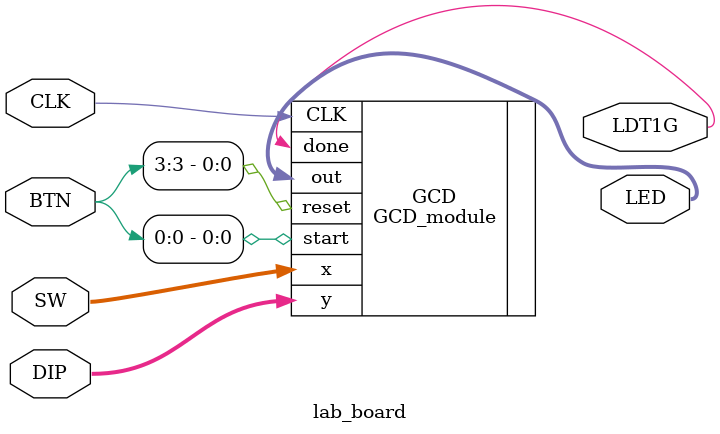
<source format=v>
`timescale 1ns / 1ps
module lab_board(SW, CLK, BTN, DIP, LED, LDT1G);

	input [7:0] SW;
	input [7:0] DIP;
	input [3:0] BTN;
	input CLK;
	
	output [7:0] LED;
	output LDT1G;
	
	GCD_module GCD(
		.x(SW[7:0]),
		.y(DIP[7:0]),
		.out(LED[7:0]),
		.done(LDT1G),
		.start(BTN[0]),
		.reset(BTN[3]),
		.CLK(CLK)
	);

endmodule

</source>
